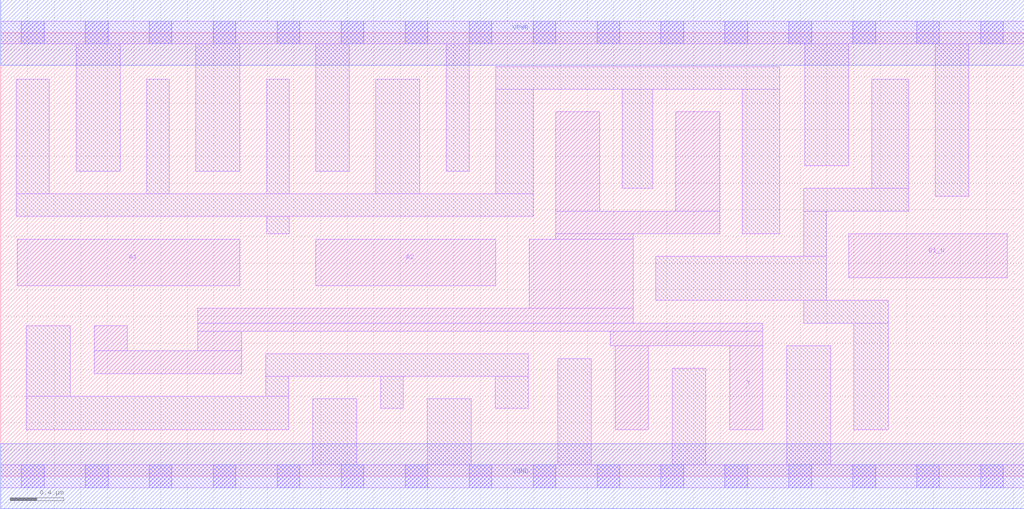
<source format=lef>
# Copyright 2020 The SkyWater PDK Authors
#
# Licensed under the Apache License, Version 2.0 (the "License");
# you may not use this file except in compliance with the License.
# You may obtain a copy of the License at
#
#     https://www.apache.org/licenses/LICENSE-2.0
#
# Unless required by applicable law or agreed to in writing, software
# distributed under the License is distributed on an "AS IS" BASIS,
# WITHOUT WARRANTIES OR CONDITIONS OF ANY KIND, either express or implied.
# See the License for the specific language governing permissions and
# limitations under the License.
#
# SPDX-License-Identifier: Apache-2.0

VERSION 5.7 ;
  NAMESCASESENSITIVE ON ;
  NOWIREEXTENSIONATPIN ON ;
  DIVIDERCHAR "/" ;
  BUSBITCHARS "[]" ;
UNITS
  DATABASE MICRONS 200 ;
END UNITS
MACRO sky130_fd_sc_ms__a21boi_4
  CLASS CORE ;
  FOREIGN sky130_fd_sc_ms__a21boi_4 ;
  ORIGIN  0.000000  0.000000 ;
  SIZE  7.680000 BY  3.330000 ;
  SYMMETRY X Y ;
  SITE unit ;
  PIN A1
    ANTENNAGATEAREA  1.250400 ;
    DIRECTION INPUT ;
    USE SIGNAL ;
    PORT
      LAYER li1 ;
        RECT 0.125000 1.430000 1.795000 1.780000 ;
    END
  END A1
  PIN A2
    ANTENNAGATEAREA  1.250400 ;
    DIRECTION INPUT ;
    USE SIGNAL ;
    PORT
      LAYER li1 ;
        RECT 2.365000 1.430000 3.715000 1.780000 ;
    END
  END A2
  PIN B1_N
    ANTENNAGATEAREA  0.413400 ;
    DIRECTION INPUT ;
    USE SIGNAL ;
    PORT
      LAYER li1 ;
        RECT 6.365000 1.490000 7.555000 1.820000 ;
    END
  END B1_N
  PIN Y
    ANTENNADIFFAREA  1.433600 ;
    DIRECTION OUTPUT ;
    USE SIGNAL ;
    PORT
      LAYER li1 ;
        RECT 0.700000 0.770000 1.810000 0.940000 ;
        RECT 0.700000 0.940000 0.950000 1.130000 ;
        RECT 1.480000 0.940000 1.810000 1.090000 ;
        RECT 1.480000 1.090000 5.720000 1.150000 ;
        RECT 1.480000 1.150000 4.745000 1.260000 ;
        RECT 3.965000 1.260000 4.745000 1.780000 ;
        RECT 4.165000 1.780000 4.745000 1.820000 ;
        RECT 4.165000 1.820000 5.395000 1.990000 ;
        RECT 4.165000 1.990000 4.495000 2.735000 ;
        RECT 4.575000 0.980000 5.720000 1.090000 ;
        RECT 4.610000 0.350000 4.860000 0.980000 ;
        RECT 5.065000 1.990000 5.395000 2.735000 ;
        RECT 5.470000 0.350000 5.720000 0.980000 ;
    END
  END Y
  PIN VGND
    DIRECTION INOUT ;
    USE GROUND ;
    PORT
      LAYER met1 ;
        RECT 0.000000 -0.245000 7.680000 0.245000 ;
    END
  END VGND
  PIN VPWR
    DIRECTION INOUT ;
    USE POWER ;
    PORT
      LAYER met1 ;
        RECT 0.000000 3.085000 7.680000 3.575000 ;
    END
  END VPWR
  OBS
    LAYER li1 ;
      RECT 0.000000 -0.085000 7.680000 0.085000 ;
      RECT 0.000000  3.245000 7.680000 3.415000 ;
      RECT 0.115000  1.950000 3.995000 2.120000 ;
      RECT 0.115000  2.120000 0.365000 2.980000 ;
      RECT 0.190000  0.350000 2.160000 0.600000 ;
      RECT 0.190000  0.600000 0.520000 1.130000 ;
      RECT 0.565000  2.290000 0.895000 3.245000 ;
      RECT 1.095000  2.120000 1.265000 2.980000 ;
      RECT 1.465000  2.290000 1.795000 3.245000 ;
      RECT 1.990000  0.600000 2.160000 0.750000 ;
      RECT 1.990000  0.750000 3.960000 0.920000 ;
      RECT 1.995000  1.820000 2.165000 1.950000 ;
      RECT 1.995000  2.120000 2.165000 2.980000 ;
      RECT 2.340000  0.085000 2.670000 0.580000 ;
      RECT 2.365000  2.290000 2.615000 3.245000 ;
      RECT 2.815000  2.120000 3.145000 2.980000 ;
      RECT 2.850000  0.510000 3.020000 0.750000 ;
      RECT 3.200000  0.085000 3.530000 0.580000 ;
      RECT 3.345000  2.290000 3.515000 3.245000 ;
      RECT 3.710000  0.510000 3.960000 0.750000 ;
      RECT 3.715000  2.120000 3.995000 2.905000 ;
      RECT 3.715000  2.905000 5.845000 3.075000 ;
      RECT 4.180000  0.085000 4.430000 0.880000 ;
      RECT 4.665000  2.160000 4.895000 2.905000 ;
      RECT 4.915000  1.320000 6.195000 1.650000 ;
      RECT 5.040000  0.085000 5.290000 0.810000 ;
      RECT 5.565000  1.820000 5.845000 2.905000 ;
      RECT 5.900000  0.085000 6.230000 0.980000 ;
      RECT 6.025000  1.150000 6.660000 1.320000 ;
      RECT 6.025000  1.650000 6.195000 1.990000 ;
      RECT 6.025000  1.990000 6.815000 2.160000 ;
      RECT 6.035000  2.330000 6.365000 3.245000 ;
      RECT 6.400000  0.350000 6.660000 1.150000 ;
      RECT 6.535000  2.160000 6.815000 2.980000 ;
      RECT 7.015000  2.100000 7.265000 3.245000 ;
    LAYER mcon ;
      RECT 0.155000 -0.085000 0.325000 0.085000 ;
      RECT 0.155000  3.245000 0.325000 3.415000 ;
      RECT 0.635000 -0.085000 0.805000 0.085000 ;
      RECT 0.635000  3.245000 0.805000 3.415000 ;
      RECT 1.115000 -0.085000 1.285000 0.085000 ;
      RECT 1.115000  3.245000 1.285000 3.415000 ;
      RECT 1.595000 -0.085000 1.765000 0.085000 ;
      RECT 1.595000  3.245000 1.765000 3.415000 ;
      RECT 2.075000 -0.085000 2.245000 0.085000 ;
      RECT 2.075000  3.245000 2.245000 3.415000 ;
      RECT 2.555000 -0.085000 2.725000 0.085000 ;
      RECT 2.555000  3.245000 2.725000 3.415000 ;
      RECT 3.035000 -0.085000 3.205000 0.085000 ;
      RECT 3.035000  3.245000 3.205000 3.415000 ;
      RECT 3.515000 -0.085000 3.685000 0.085000 ;
      RECT 3.515000  3.245000 3.685000 3.415000 ;
      RECT 3.995000 -0.085000 4.165000 0.085000 ;
      RECT 3.995000  3.245000 4.165000 3.415000 ;
      RECT 4.475000 -0.085000 4.645000 0.085000 ;
      RECT 4.475000  3.245000 4.645000 3.415000 ;
      RECT 4.955000 -0.085000 5.125000 0.085000 ;
      RECT 4.955000  3.245000 5.125000 3.415000 ;
      RECT 5.435000 -0.085000 5.605000 0.085000 ;
      RECT 5.435000  3.245000 5.605000 3.415000 ;
      RECT 5.915000 -0.085000 6.085000 0.085000 ;
      RECT 5.915000  3.245000 6.085000 3.415000 ;
      RECT 6.395000 -0.085000 6.565000 0.085000 ;
      RECT 6.395000  3.245000 6.565000 3.415000 ;
      RECT 6.875000 -0.085000 7.045000 0.085000 ;
      RECT 6.875000  3.245000 7.045000 3.415000 ;
      RECT 7.355000 -0.085000 7.525000 0.085000 ;
      RECT 7.355000  3.245000 7.525000 3.415000 ;
  END
END sky130_fd_sc_ms__a21boi_4
END LIBRARY

</source>
